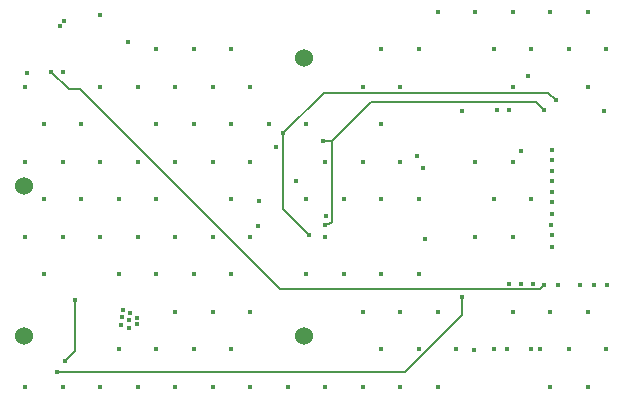
<source format=gbr>
%TF.GenerationSoftware,Altium Limited,Altium Designer,23.5.1 (21)*%
G04 Layer_Physical_Order=4*
G04 Layer_Color=6736896*
%FSLAX45Y45*%
%MOMM*%
%TF.SameCoordinates,0CF0D061-263B-42B0-A585-B6EE71A6EBF9*%
%TF.FilePolarity,Positive*%
%TF.FileFunction,Copper,L4,Inr,Signal*%
%TF.Part,Single*%
G01*
G75*
%TA.AperFunction,Conductor*%
%ADD26C,0.15240*%
%ADD28C,0.12700*%
%TA.AperFunction,TestPad*%
%ADD31C,1.52400*%
%TA.AperFunction,ViaPad*%
%ADD33C,0.45000*%
%TA.AperFunction,ComponentPad*%
%ADD34C,1.52400*%
D26*
X6553200Y3467100D02*
Y3619500D01*
X6070600Y2984500D02*
X6553200Y3467100D01*
X3124200Y2984500D02*
X6070600D01*
D28*
X3322320Y5379720D02*
X5018690Y3683350D01*
X7213950D01*
X7253900Y3723300D01*
X3081020Y5524500D02*
X3225800Y5379720D01*
X3322320D01*
X3284220Y3159760D02*
Y3594100D01*
X3197860Y3073400D02*
X3284220Y3159760D01*
X5044440Y4365020D02*
Y5002660D01*
Y4365020D02*
X5262260Y4147200D01*
X5455920Y4254500D02*
X5455920D01*
X5433472Y4232053D02*
X5455920Y4254500D01*
X5404253Y4232053D02*
X5433472D01*
X5399400Y4227200D02*
X5404253Y4232053D01*
X5787160Y5273040D02*
X7180460D01*
X5455920Y4941800D02*
X5787160Y5273040D01*
X5383300Y4941800D02*
X5455920D01*
Y4254500D02*
Y4941800D01*
X5391020Y5349240D02*
X7288760D01*
X5044440Y5002660D02*
X5391020Y5349240D01*
X7288760D02*
X7353900Y5284100D01*
X7180460Y5273040D02*
X7253900Y5199600D01*
D31*
X2847340Y3289300D02*
D03*
Y4559300D02*
D03*
D33*
X6553200Y3619500D02*
D03*
X6667500Y4127500D02*
D03*
X3124200Y2984500D02*
D03*
X7759700Y5194300D02*
D03*
X7785100Y3721100D02*
D03*
X7670800D02*
D03*
X7556500D02*
D03*
X7366000D02*
D03*
X7315200Y4038600D02*
D03*
X7314221Y4229196D02*
D03*
X7315200Y4140200D02*
D03*
Y4318000D02*
D03*
Y4419600D02*
D03*
Y4508500D02*
D03*
Y4597400D02*
D03*
Y4686300D02*
D03*
Y4775200D02*
D03*
Y4864100D02*
D03*
X7620000Y6032500D02*
D03*
X7778750Y5715000D02*
D03*
X7620000Y5397500D02*
D03*
Y3492500D02*
D03*
X7778750Y3175000D02*
D03*
X7620000Y2857500D02*
D03*
X7302500Y6032500D02*
D03*
X7461250Y5715000D02*
D03*
X7302500Y3492500D02*
D03*
X7461250Y3175000D02*
D03*
X7302500Y2857500D02*
D03*
X6985000Y6032500D02*
D03*
X7143750Y5715000D02*
D03*
X6985000Y5397500D02*
D03*
Y4762500D02*
D03*
X7143750Y4445000D02*
D03*
X6985000Y4127500D02*
D03*
Y3492500D02*
D03*
X7143750Y3175000D02*
D03*
X6667500Y6032500D02*
D03*
X6826250Y5715000D02*
D03*
X6667500Y4762500D02*
D03*
X6826250Y4445000D02*
D03*
Y3175000D02*
D03*
X6350000Y6032500D02*
D03*
Y3492500D02*
D03*
X6508750Y3175000D02*
D03*
X6350000Y2857500D02*
D03*
X6191250Y5715000D02*
D03*
X6032500Y5397500D02*
D03*
Y4762500D02*
D03*
X6191250Y4445000D02*
D03*
Y3810000D02*
D03*
X6032500Y3492500D02*
D03*
X6191250Y3175000D02*
D03*
X6032500Y2857500D02*
D03*
X5873750Y5715000D02*
D03*
X5715000Y5397500D02*
D03*
X5873750Y5080000D02*
D03*
X5715000Y4762500D02*
D03*
X5873750Y4445000D02*
D03*
Y3810000D02*
D03*
X5715000Y3492500D02*
D03*
X5873750Y3175000D02*
D03*
X5715000Y2857500D02*
D03*
X5397500Y4762500D02*
D03*
X5556250Y4445000D02*
D03*
X5397500Y4127500D02*
D03*
X5556250Y3810000D02*
D03*
X5397500Y2857500D02*
D03*
X5238750Y5080000D02*
D03*
Y4445000D02*
D03*
Y3810000D02*
D03*
X5080000Y2857500D02*
D03*
X4762500Y5397500D02*
D03*
X4921250Y5080000D02*
D03*
X4762500Y4762500D02*
D03*
Y4127500D02*
D03*
Y3492500D02*
D03*
Y2857500D02*
D03*
X4603750Y5715000D02*
D03*
X4445000Y5397500D02*
D03*
X4603750Y5080000D02*
D03*
X4445000Y4762500D02*
D03*
X4603750Y4445000D02*
D03*
X4445000Y4127500D02*
D03*
X4603750Y3810000D02*
D03*
X4445000Y3492500D02*
D03*
X4603750Y3175000D02*
D03*
X4445000Y2857500D02*
D03*
X4286250Y5715000D02*
D03*
X4127500Y5397500D02*
D03*
X4286250Y5080000D02*
D03*
X4127500Y4762500D02*
D03*
Y4127500D02*
D03*
X4286250Y3810000D02*
D03*
X4127500Y3492500D02*
D03*
X4286250Y3175000D02*
D03*
X4127500Y2857500D02*
D03*
X3968750Y5715000D02*
D03*
X3810000Y5397500D02*
D03*
X3968750Y5080000D02*
D03*
X3810000Y4762500D02*
D03*
X3968750Y4445000D02*
D03*
X3810000Y4127500D02*
D03*
X3968750Y3810000D02*
D03*
Y3175000D02*
D03*
X3810000Y2857500D02*
D03*
X3492500Y5397500D02*
D03*
Y4762500D02*
D03*
X3651250Y4445000D02*
D03*
X3492500Y4127500D02*
D03*
X3651250Y3810000D02*
D03*
Y3175000D02*
D03*
X3492500Y2857500D02*
D03*
X3333750Y5080000D02*
D03*
X3175000Y4762500D02*
D03*
X3333750Y4445000D02*
D03*
X3175000Y4127500D02*
D03*
Y2857500D02*
D03*
X2857500Y5397500D02*
D03*
X3016250Y5080000D02*
D03*
X2857500Y4762500D02*
D03*
X3016250Y4445000D02*
D03*
X2857500Y4127500D02*
D03*
X3016250Y3810000D02*
D03*
X2857500Y2857500D02*
D03*
X2870200Y5511800D02*
D03*
X3187700Y5956771D02*
D03*
X3153336Y5910421D02*
D03*
X3494130Y6008010D02*
D03*
X3670635Y3380566D02*
D03*
X3677764Y3448298D02*
D03*
X3734135Y3357706D02*
D03*
X3741264Y3425438D02*
D03*
X3802380Y3385820D02*
D03*
X3804920Y3441700D02*
D03*
X3749040Y3482340D02*
D03*
X3690620Y3505200D02*
D03*
X7118000Y5492400D02*
D03*
X6177800Y4807700D02*
D03*
X6223000Y4711700D02*
D03*
X5405760Y4307200D02*
D03*
X4833620Y4216400D02*
D03*
X4837060Y4431400D02*
D03*
X5150300Y4599120D02*
D03*
X3728720Y5778500D02*
D03*
X3081020Y5524500D02*
D03*
X3175000D02*
D03*
X3197860Y3073400D02*
D03*
X3284220Y3594100D02*
D03*
X6553900Y5193600D02*
D03*
X6953900Y3728100D02*
D03*
X7213600Y3175000D02*
D03*
X6934200Y3177540D02*
D03*
X6654800Y3172460D02*
D03*
X4983480Y4884420D02*
D03*
X5044440Y5002660D02*
D03*
X5383300Y4941800D02*
D03*
X5399400Y4227200D02*
D03*
X5262260Y4147200D02*
D03*
X7253900Y3723300D02*
D03*
X7153900Y3724900D02*
D03*
X7053900Y3726500D02*
D03*
X6241300Y4107700D02*
D03*
X6853900Y5198400D02*
D03*
X6953900Y5200000D02*
D03*
X7053900Y4856800D02*
D03*
X7353900Y5284100D02*
D03*
X7253900Y5199600D02*
D03*
D34*
X5219700Y3289300D02*
D03*
Y5638800D02*
D03*
%TF.MD5,0a0e52c77d75ac8dcda481d368cfc789*%
M02*

</source>
